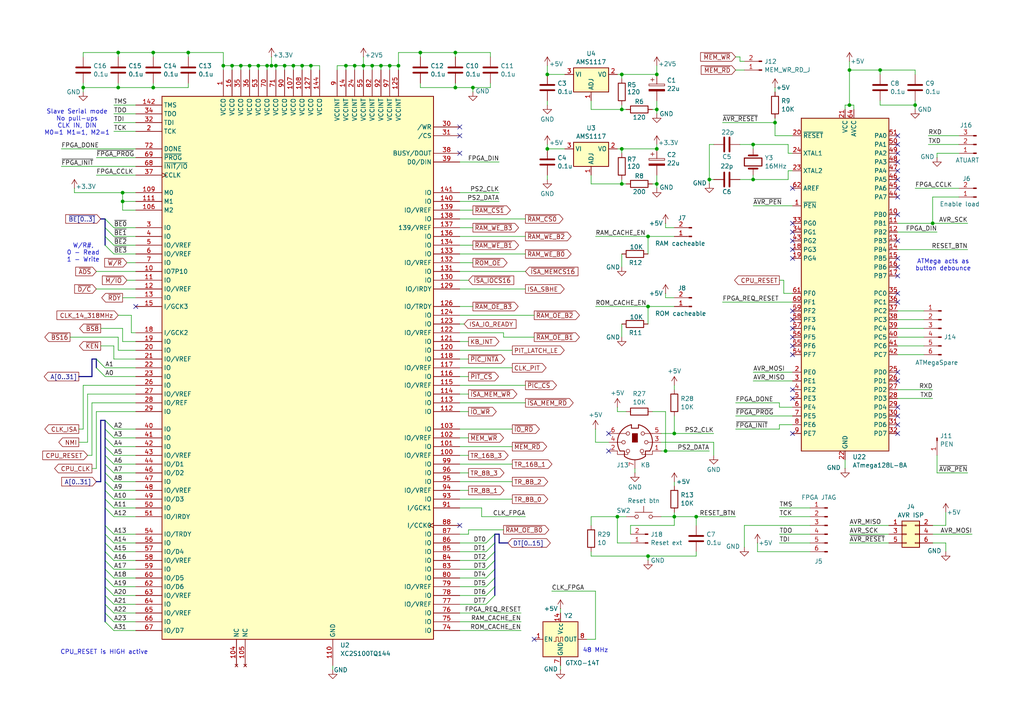
<source format=kicad_sch>
(kicad_sch (version 20250114) (generator "eeschema") (generator_version "9.0")
  (paper "A4")
  (title_block (title "486 Homebrew Computer") (date "2025-09-16") (rev "1") (company "maniek86.xyz"))
  (text "CPU_RESET is HIGH active" (at 30.226 189.23 0) (effects (font (size 1.27 1.27))))
  (text "Slave Serial mode\nNo pull-ups\nCLK IN, DIN\nM0=1 M1=1, M2=1" (at 22.352 35.56 0) (effects (font (size 1.27 1.27))))
  (text "ATMega acts as\nbutton debounce" (at 273.558 76.962 0) (effects (font (size 1.27 1.27))))
  (text "48 MHz" (at 172.72 188.722 0) (effects (font (size 1.27 1.27))))
  (text "W/R#,\n0 - Read\n1 - Write" (at 24.13 73.406 0) (effects (font (size 1.27 1.27))))
  (junction (at 132.08 15.24))
  (junction (at 218.44 41.91))
  (junction (at 35.56 55.88))
  (junction (at 67.31 19.05))
  (junction (at 44.45 15.24))
  (junction (at 224.79 35.56))
  (junction (at 54.61 15.24))
  (junction (at 64.77 19.05))
  (junction (at 193.04 130.81))
  (junction (at 190.5 43.18))
  (junction (at 187.96 161.29))
  (junction (at 195.58 125.73))
  (junction (at 87.63 19.05))
  (junction (at 158.75 43.18))
  (junction (at 24.13 25.4))
  (junction (at 78.74 19.05))
  (junction (at 113.03 19.05))
  (junction (at 270.51 64.77))
  (junction (at 102.87 19.05))
  (junction (at 100.33 19.05))
  (junction (at 105.41 19.05))
  (junction (at 44.45 25.4))
  (junction (at 201.93 149.86))
  (junction (at 180.34 43.18))
  (junction (at 107.95 19.05))
  (junction (at 34.29 15.24))
  (junction (at 80.01 19.05))
  (junction (at 69.85 19.05))
  (junction (at 187.96 88.9))
  (junction (at 90.17 19.05))
  (junction (at 132.08 25.4))
  (junction (at 34.29 25.4))
  (junction (at 121.92 15.24))
  (junction (at 190.5 53.34))
  (junction (at 35.56 58.42))
  (junction (at 190.5 31.75))
  (junction (at 246.38 30.48))
  (junction (at 180.34 53.34))
  (junction (at 195.58 149.86))
  (junction (at 190.5 21.59))
  (junction (at 218.44 52.07))
  (junction (at 158.75 21.59))
  (junction (at 115.57 19.05))
  (junction (at 74.93 19.05))
  (junction (at 85.09 19.05))
  (junction (at 265.43 30.48))
  (junction (at 246.38 20.32))
  (junction (at 179.07 149.86))
  (junction (at 255.27 20.32))
  (junction (at 110.49 19.05))
  (junction (at 205.74 52.07))
  (junction (at 137.16 25.4))
  (junction (at 187.96 68.58))
  (junction (at 180.34 31.75))
  (junction (at 82.55 19.05))
  (junction (at 180.34 21.59))
  (junction (at 72.39 19.05))
  (junction (at 77.47 19.05))
  (no_connect (at 229.87 72.39))
  (no_connect (at 133.35 44.45))
  (no_connect (at 229.87 115.57))
  (no_connect (at 260.35 46.99))
  (no_connect (at 229.87 54.61))
  (no_connect (at 260.35 41.91))
  (no_connect (at 260.35 123.19))
  (no_connect (at 39.37 88.9))
  (no_connect (at 260.35 77.47))
  (no_connect (at 229.87 92.71))
  (no_connect (at 229.87 102.87))
  (no_connect (at 260.35 80.01))
  (no_connect (at 133.35 36.83))
  (no_connect (at 260.35 39.37))
  (no_connect (at 133.35 39.37))
  (no_connect (at 260.35 62.23))
  (no_connect (at 229.87 64.77))
  (no_connect (at 229.87 69.85))
  (no_connect (at 260.35 87.63))
  (no_connect (at 260.35 85.09))
  (no_connect (at 133.35 152.4))
  (no_connect (at 154.94 185.42))
  (no_connect (at 260.35 49.53))
  (no_connect (at 176.53 125.73))
  (no_connect (at 260.35 74.93))
  (no_connect (at 229.87 100.33))
  (no_connect (at 260.35 110.49))
  (no_connect (at 229.87 74.93))
  (no_connect (at 229.87 90.17))
  (no_connect (at 260.35 125.73))
  (no_connect (at 229.87 97.79))
  (no_connect (at 229.87 95.25))
  (no_connect (at 229.87 67.31))
  (no_connect (at 260.35 107.95))
  (no_connect (at 260.35 44.45))
  (no_connect (at 260.35 57.15))
  (no_connect (at 260.35 54.61))
  (no_connect (at 260.35 118.11))
  (no_connect (at 176.53 130.81))
  (no_connect (at 260.35 69.85))
  (no_connect (at 260.35 52.07))
  (no_connect (at 229.87 113.03))
  (no_connect (at 229.87 125.73))
  (no_connect (at 260.35 120.65))
  (bus_entry (at 30.48 109.22) (size -2.54 -2.54))
  (bus_entry (at 33.02 139.7) (size -2.54 -2.54))
  (bus_entry (at 33.02 180.34) (size -2.54 -2.54))
  (bus_entry (at 33.02 132.08) (size -2.54 -2.54))
  (bus_entry (at 30.48 106.68) (size -2.54 -2.54))
  (bus_entry (at 33.02 165.1) (size -2.54 -2.54))
  (bus_entry (at 33.02 154.94) (size -2.54 -2.54))
  (bus_entry (at 33.02 134.62) (size -2.54 -2.54))
  (bus_entry (at 140.97 175.26) (size 2.54 -2.54))
  (bus_entry (at 33.02 137.16) (size -2.54 -2.54))
  (bus_entry (at 33.02 129.54) (size -2.54 -2.54))
  (bus_entry (at 33.02 68.58) (size -2.54 -2.54))
  (bus_entry (at 33.02 144.78) (size -2.54 -2.54))
  (bus_entry (at 33.02 170.18) (size -2.54 -2.54))
  (bus_entry (at 33.02 172.72) (size -2.54 -2.54))
  (bus_entry (at 33.02 162.56) (size -2.54 -2.54))
  (bus_entry (at 33.02 147.32) (size -2.54 -2.54))
  (bus_entry (at 33.02 73.66) (size -2.54 -2.54))
  (bus_entry (at 33.02 124.46) (size -2.54 -2.54))
  (bus_entry (at 33.02 142.24) (size -2.54 -2.54))
  (bus_entry (at 33.02 167.64) (size -2.54 -2.54))
  (bus_entry (at 140.97 167.64) (size 2.54 -2.54))
  (bus_entry (at 33.02 157.48) (size -2.54 -2.54))
  (bus_entry (at 33.02 71.12) (size -2.54 -2.54))
  (bus_entry (at 33.02 175.26) (size -2.54 -2.54))
  (bus_entry (at 33.02 66.04) (size -2.54 -2.54))
  (bus_entry (at 140.97 165.1) (size 2.54 -2.54))
  (bus_entry (at 33.02 149.86) (size -2.54 -2.54))
  (bus_entry (at 33.02 160.02) (size -2.54 -2.54))
  (bus_entry (at 140.97 157.48) (size 2.54 -2.54))
  (bus_entry (at 33.02 127) (size -2.54 -2.54))
  (bus_entry (at 140.97 170.18) (size 2.54 -2.54))
  (bus_entry (at 140.97 160.02) (size 2.54 -2.54))
  (bus_entry (at 140.97 172.72) (size 2.54 -2.54))
  (bus_entry (at 140.97 162.56) (size 2.54 -2.54))
  (bus_entry (at 33.02 177.8) (size -2.54 -2.54))
  (bus_entry (at 33.02 182.88) (size -2.54 -2.54))
  (wire (pts (xy 260.35 64.77) (xy 270.51 64.77)))
  (wire (pts (xy 172.72 185.42) (xy 170.18 185.42)))
  (wire (pts (xy 33.02 180.34) (xy 39.37 180.34)))
  (wire (pts (xy 214.63 17.78) (xy 215.9 17.78)))
  (wire (pts (xy 34.29 25.4) (xy 24.13 25.4)))
  (wire (pts (xy 22.86 128.27) (xy 25.4 128.27)))
  (wire (pts (xy 158.75 50.8) (xy 158.75 52.07)))
  (wire (pts (xy 34.29 101.6) (xy 34.29 97.79)))
  (wire (pts (xy 214.63 41.91) (xy 218.44 41.91)))
  (wire (pts (xy 219.71 157.48) (xy 219.71 160.02)))
  (wire (pts (xy 246.38 20.32) (xy 246.38 30.48)))
  (wire (pts (xy 36.83 76.2) (xy 39.37 76.2)))
  (wire (pts (xy 205.74 53.34) (xy 205.74 52.07)))
  (wire (pts (xy 179.07 43.18) (xy 180.34 43.18)))
  (wire (pts (xy 260.35 113.03) (xy 270.51 113.03)))
  (wire (pts (xy 33.02 172.72) (xy 39.37 172.72)))
  (bus (pts (xy 143.51 162.56) (xy 143.51 160.02)))
  (wire (pts (xy 133.35 177.8) (xy 151.13 177.8)))
  (wire (pts (xy 24.13 25.4) (xy 24.13 24.13)))
  (wire (pts (xy 218.44 50.8) (xy 218.44 52.07)))
  (bus (pts (xy 143.51 157.48) (xy 143.51 154.94)))
  (bus (pts (xy 29.21 63.5) (xy 30.48 63.5)))
  (wire (pts (xy 227.33 81.28) (xy 226.06 81.28)))
  (wire (pts (xy 27.94 45.72) (xy 39.37 45.72)))
  (wire (pts (xy 226.06 147.32) (xy 234.95 147.32)))
  (wire (pts (xy 133.35 83.82) (xy 152.4 83.82)))
  (wire (pts (xy 133.35 160.02) (xy 140.97 160.02)))
  (wire (pts (xy 274.32 148.59) (xy 274.32 152.4)))
  (wire (pts (xy 72.39 19.05) (xy 72.39 20.32)))
  (wire (pts (xy 142.24 25.4) (xy 142.24 24.13)))
  (wire (pts (xy 133.35 58.42) (xy 144.78 58.42)))
  (bus (pts (xy 143.51 154.94) (xy 144.78 154.94)))
  (wire (pts (xy 34.29 15.24) (xy 24.13 15.24)))
  (wire (pts (xy 39.37 101.6) (xy 34.29 101.6)))
  (wire (pts (xy 100.33 19.05) (xy 102.87 19.05)))
  (wire (pts (xy 54.61 15.24) (xy 54.61 16.51)))
  (wire (pts (xy 33.02 147.32) (xy 39.37 147.32)))
  (wire (pts (xy 77.47 19.05) (xy 77.47 20.32)))
  (wire (pts (xy 172.72 171.45) (xy 172.72 185.42)))
  (wire (pts (xy 17.78 43.18) (xy 39.37 43.18)))
  (wire (pts (xy 214.63 17.78) (xy 214.63 16.51)))
  (wire (pts (xy 224.79 39.37) (xy 229.87 39.37)))
  (wire (pts (xy 162.56 193.04) (xy 162.56 194.31)))
  (wire (pts (xy 193.04 85.09) (xy 193.04 86.36)))
  (wire (pts (xy 265.43 20.32) (xy 265.43 21.59)))
  (wire (pts (xy 172.72 68.58) (xy 187.96 68.58)))
  (wire (pts (xy 190.5 19.05) (xy 190.5 21.59)))
  (wire (pts (xy 193.04 119.38) (xy 193.04 130.81)))
  (wire (pts (xy 33.02 162.56) (xy 39.37 162.56)))
  (wire (pts (xy 226.06 116.84) (xy 226.06 118.11)))
  (wire (pts (xy 54.61 25.4) (xy 44.45 25.4)))
  (wire (pts (xy 246.38 20.32) (xy 255.27 20.32)))
  (wire (pts (xy 190.5 50.8) (xy 190.5 53.34)))
  (wire (pts (xy 270.51 154.94) (xy 281.94 154.94)))
  (wire (pts (xy 110.49 19.05) (xy 113.03 19.05)))
  (wire (pts (xy 228.6 44.45) (xy 228.6 41.91)))
  (wire (pts (xy 260.35 67.31) (xy 271.78 67.31)))
  (wire (pts (xy 172.72 171.45) (xy 160.02 171.45)))
  (wire (pts (xy 218.44 41.91) (xy 218.44 43.18)))
  (wire (pts (xy 44.45 25.4) (xy 34.29 25.4)))
  (wire (pts (xy 191.77 130.81) (xy 193.04 130.81)))
  (wire (pts (xy 24.13 25.4) (xy 24.13 26.67)))
  (wire (pts (xy 133.35 137.16) (xy 135.89 137.16)))
  (wire (pts (xy 265.43 30.48) (xy 255.27 30.48)))
  (wire (pts (xy 27.94 135.89) (xy 27.94 119.38)))
  (wire (pts (xy 218.44 110.49) (xy 229.87 110.49)))
  (wire (pts (xy 180.34 43.18) (xy 190.5 43.18)))
  (wire (pts (xy 133.35 76.2) (xy 137.16 76.2)))
  (bus (pts (xy 144.78 157.48) (xy 147.32 157.48)))
  (bus (pts (xy 30.48 172.72) (xy 30.48 170.18)))
  (bus (pts (xy 143.51 165.1) (xy 143.51 162.56)))
  (bus (pts (xy 30.48 134.62) (xy 30.48 137.16)))
  (wire (pts (xy 39.37 60.96) (xy 35.56 60.96)))
  (wire (pts (xy 133.35 71.12) (xy 137.16 71.12)))
  (wire (pts (xy 133.35 104.14) (xy 135.89 104.14)))
  (wire (pts (xy 133.35 139.7) (xy 148.59 139.7)))
  (wire (pts (xy 69.85 19.05) (xy 72.39 19.05)))
  (wire (pts (xy 171.45 149.86) (xy 179.07 149.86)))
  (wire (pts (xy 133.35 119.38) (xy 135.89 119.38)))
  (bus (pts (xy 30.48 68.58) (xy 30.48 71.12)))
  (wire (pts (xy 158.75 21.59) (xy 163.83 21.59)))
  (wire (pts (xy 133.35 154.94) (xy 135.89 154.94)))
  (wire (pts (xy 64.77 19.05) (xy 64.77 15.24)))
  (bus (pts (xy 30.48 142.24) (xy 30.48 144.78)))
  (wire (pts (xy 26.67 135.89) (xy 27.94 135.89)))
  (wire (pts (xy 226.06 124.46) (xy 226.06 123.19)))
  (bus (pts (xy 30.48 162.56) (xy 30.48 160.02)))
  (wire (pts (xy 54.61 24.13) (xy 54.61 25.4)))
  (bus (pts (xy 30.48 66.04) (xy 30.48 68.58)))
  (wire (pts (xy 133.35 180.34) (xy 151.13 180.34)))
  (wire (pts (xy 162.56 176.53) (xy 162.56 177.8)))
  (bus (pts (xy 30.48 167.64) (xy 30.48 170.18)))
  (wire (pts (xy 228.6 44.45) (xy 229.87 44.45)))
  (wire (pts (xy 54.61 15.24) (xy 44.45 15.24)))
  (wire (pts (xy 270.51 64.77) (xy 280.67 64.77)))
  (wire (pts (xy 187.96 88.9) (xy 195.58 88.9)))
  (wire (pts (xy 33.02 33.02) (xy 39.37 33.02)))
  (wire (pts (xy 180.34 53.34) (xy 171.45 53.34)))
  (wire (pts (xy 246.38 17.78) (xy 246.38 20.32)))
  (wire (pts (xy 33.02 100.33) (xy 33.02 104.14)))
  (wire (pts (xy 205.74 52.07) (xy 207.01 52.07)))
  (wire (pts (xy 133.35 46.99) (xy 144.78 46.99)))
  (wire (pts (xy 132.08 15.24) (xy 132.08 16.51)))
  (wire (pts (xy 171.45 160.02) (xy 171.45 161.29)))
  (wire (pts (xy 20.32 97.79) (xy 34.29 97.79)))
  (wire (pts (xy 146.05 97.79) (xy 154.94 97.79)))
  (bus (pts (xy 30.48 177.8) (xy 30.48 180.34)))
  (wire (pts (xy 44.45 24.13) (xy 44.45 25.4)))
  (wire (pts (xy 33.02 137.16) (xy 39.37 137.16)))
  (wire (pts (xy 26.67 116.84) (xy 39.37 116.84)))
  (wire (pts (xy 33.02 170.18) (xy 39.37 170.18)))
  (bus (pts (xy 30.48 147.32) (xy 30.48 144.78)))
  (wire (pts (xy 33.02 124.46) (xy 39.37 124.46)))
  (wire (pts (xy 33.02 175.26) (xy 39.37 175.26)))
  (wire (pts (xy 25.4 114.3) (xy 39.37 114.3)))
  (wire (pts (xy 180.34 93.98) (xy 180.34 97.79)))
  (wire (pts (xy 44.45 15.24) (xy 44.45 16.51)))
  (wire (pts (xy 246.38 152.4) (xy 257.81 152.4)))
  (wire (pts (xy 33.02 142.24) (xy 39.37 142.24)))
  (wire (pts (xy 182.88 157.48) (xy 179.07 157.48)))
  (wire (pts (xy 139.7 147.32) (xy 133.35 147.32)))
  (wire (pts (xy 24.13 15.24) (xy 24.13 16.51)))
  (wire (pts (xy 78.74 19.05) (xy 78.74 16.51)))
  (wire (pts (xy 133.35 111.76) (xy 152.4 111.76)))
  (wire (pts (xy 96.52 193.04) (xy 96.52 194.31)))
  (wire (pts (xy 100.33 19.05) (xy 97.79 19.05)))
  (wire (pts (xy 187.96 161.29) (xy 171.45 161.29)))
  (wire (pts (xy 34.29 24.13) (xy 34.29 25.4)))
  (wire (pts (xy 180.34 31.75) (xy 180.34 30.48)))
  (wire (pts (xy 77.47 19.05) (xy 78.74 19.05)))
  (wire (pts (xy 193.04 130.81) (xy 205.74 130.81)))
  (wire (pts (xy 180.34 21.59) (xy 180.34 22.86)))
  (wire (pts (xy 218.44 41.91) (xy 228.6 41.91)))
  (wire (pts (xy 85.09 19.05) (xy 85.09 20.32)))
  (wire (pts (xy 146.05 153.67) (xy 135.89 153.67)))
  (bus (pts (xy 30.48 157.48) (xy 30.48 160.02)))
  (wire (pts (xy 22.86 124.46) (xy 24.13 124.46)))
  (wire (pts (xy 105.41 16.51) (xy 105.41 19.05)))
  (wire (pts (xy 172.72 128.27) (xy 176.53 128.27)))
  (bus (pts (xy 30.48 132.08) (xy 30.48 134.62)))
  (bus (pts (xy 30.48 124.46) (xy 30.48 121.92)))
  (wire (pts (xy 142.24 15.24) (xy 142.24 16.51)))
  (wire (pts (xy 35.56 60.96) (xy 35.56 58.42)))
  (wire (pts (xy 195.58 125.73) (xy 207.01 125.73)))
  (wire (pts (xy 133.35 175.26) (xy 140.97 175.26)))
  (wire (pts (xy 213.36 20.32) (xy 215.9 20.32)))
  (wire (pts (xy 213.36 120.65) (xy 229.87 120.65)))
  (wire (pts (xy 35.56 55.88) (xy 39.37 55.88)))
  (wire (pts (xy 102.87 19.05) (xy 105.41 19.05)))
  (bus (pts (xy 30.48 165.1) (xy 30.48 162.56)))
  (wire (pts (xy 132.08 25.4) (xy 137.16 25.4)))
  (wire (pts (xy 115.57 19.05) (xy 115.57 20.32)))
  (wire (pts (xy 269.24 41.91) (xy 278.13 41.91)))
  (wire (pts (xy 90.17 19.05) (xy 90.17 20.32)))
  (wire (pts (xy 33.02 139.7) (xy 39.37 139.7)))
  (wire (pts (xy 121.92 15.24) (xy 132.08 15.24)))
  (wire (pts (xy 97.79 19.05) (xy 97.79 20.32)))
  (wire (pts (xy 213.36 16.51) (xy 214.63 16.51)))
  (wire (pts (xy 92.71 19.05) (xy 92.71 20.32)))
  (wire (pts (xy 226.06 149.86) (xy 234.95 149.86)))
  (wire (pts (xy 191.77 125.73) (xy 195.58 125.73)))
  (wire (pts (xy 133.35 88.9) (xy 137.16 88.9)))
  (wire (pts (xy 133.35 55.88) (xy 144.78 55.88)))
  (wire (pts (xy 201.93 160.02) (xy 201.93 161.29)))
  (wire (pts (xy 187.96 162.56) (xy 187.96 161.29)))
  (wire (pts (xy 246.38 30.48) (xy 245.11 30.48)))
  (wire (pts (xy 33.02 154.94) (xy 39.37 154.94)))
  (wire (pts (xy 85.09 19.05) (xy 87.63 19.05)))
  (wire (pts (xy 27.94 119.38) (xy 39.37 119.38)))
  (wire (pts (xy 121.92 25.4) (xy 132.08 25.4)))
  (wire (pts (xy 158.75 19.05) (xy 158.75 21.59)))
  (wire (pts (xy 227.33 85.09) (xy 227.33 81.28)))
  (bus (pts (xy 30.48 172.72) (xy 30.48 175.26)))
  (bus (pts (xy 26.67 104.14) (xy 27.94 104.14)))
  (wire (pts (xy 26.67 132.08) (xy 26.67 116.84)))
  (wire (pts (xy 33.02 35.56) (xy 39.37 35.56)))
  (wire (pts (xy 33.02 167.64) (xy 39.37 167.64)))
  (wire (pts (xy 218.44 107.95) (xy 229.87 107.95)))
  (wire (pts (xy 265.43 54.61) (xy 278.13 54.61)))
  (wire (pts (xy 133.35 66.04) (xy 137.16 66.04)))
  (wire (pts (xy 133.35 157.48) (xy 140.97 157.48)))
  (wire (pts (xy 255.27 30.48) (xy 255.27 29.21)))
  (wire (pts (xy 133.35 124.46) (xy 148.59 124.46)))
  (wire (pts (xy 215.9 152.4) (xy 215.9 158.75)))
  (wire (pts (xy 133.35 78.74) (xy 152.4 78.74)))
  (wire (pts (xy 33.02 30.48) (xy 39.37 30.48)))
  (wire (pts (xy 67.31 19.05) (xy 69.85 19.05)))
  (wire (pts (xy 195.58 86.36) (xy 193.04 86.36)))
  (wire (pts (xy 80.01 19.05) (xy 80.01 20.32)))
  (wire (pts (xy 33.02 157.48) (xy 39.37 157.48)))
  (wire (pts (xy 35.56 58.42) (xy 35.56 55.88)))
  (wire (pts (xy 179.07 149.86) (xy 181.61 149.86)))
  (wire (pts (xy 33.02 68.58) (xy 39.37 68.58)))
  (wire (pts (xy 33.02 129.54) (xy 39.37 129.54)))
  (wire (pts (xy 187.96 68.58) (xy 187.96 73.66)))
  (wire (pts (xy 133.35 162.56) (xy 140.97 162.56)))
  (wire (pts (xy 278.13 57.15) (xy 270.51 57.15)))
  (wire (pts (xy 255.27 20.32) (xy 255.27 21.59)))
  (wire (pts (xy 113.03 19.05) (xy 115.57 19.05)))
  (wire (pts (xy 33.02 38.1) (xy 39.37 38.1)))
  (wire (pts (xy 267.97 97.79) (xy 260.35 97.79)))
  (wire (pts (xy 33.02 132.08) (xy 39.37 132.08)))
  (wire (pts (xy 158.75 29.21) (xy 158.75 30.48)))
  (wire (pts (xy 33.02 177.8) (xy 39.37 177.8)))
  (wire (pts (xy 133.35 144.78) (xy 148.59 144.78)))
  (wire (pts (xy 179.07 21.59) (xy 180.34 21.59)))
  (wire (pts (xy 87.63 19.05) (xy 90.17 19.05)))
  (wire (pts (xy 265.43 30.48) (xy 265.43 31.75)))
  (wire (pts (xy 115.57 15.24) (xy 115.57 19.05)))
  (wire (pts (xy 218.44 52.07) (xy 228.6 52.07)))
  (bus (pts (xy 30.48 147.32) (xy 30.48 152.4)))
  (bus (pts (xy 30.48 165.1) (xy 30.48 167.64)))
  (wire (pts (xy 102.87 19.05) (xy 102.87 20.32)))
  (wire (pts (xy 64.77 19.05) (xy 67.31 19.05)))
  (wire (pts (xy 180.34 31.75) (xy 171.45 31.75)))
  (wire (pts (xy 132.08 24.13) (xy 132.08 25.4)))
  (wire (pts (xy 181.61 31.75) (xy 180.34 31.75)))
  (wire (pts (xy 190.5 29.21) (xy 190.5 31.75)))
  (wire (pts (xy 27.94 50.8) (xy 39.37 50.8)))
  (wire (pts (xy 184.15 135.89) (xy 184.15 137.16)))
  (wire (pts (xy 195.58 139.7) (xy 195.58 140.97)))
  (wire (pts (xy 179.07 149.86) (xy 179.07 157.48)))
  (wire (pts (xy 38.1 96.52) (xy 39.37 96.52)))
  (wire (pts (xy 195.58 149.86) (xy 195.58 152.4)))
  (wire (pts (xy 67.31 19.05) (xy 67.31 20.32)))
  (wire (pts (xy 226.06 154.94) (xy 234.95 154.94)))
  (wire (pts (xy 270.51 157.48) (xy 274.32 157.48)))
  (wire (pts (xy 74.93 19.05) (xy 74.93 20.32)))
  (wire (pts (xy 172.72 124.46) (xy 172.72 128.27)))
  (wire (pts (xy 187.96 88.9) (xy 187.96 93.98)))
  (bus (pts (xy 30.48 129.54) (xy 30.48 127)))
  (wire (pts (xy 133.35 134.62) (xy 148.59 134.62)))
  (wire (pts (xy 33.02 134.62) (xy 39.37 134.62)))
  (wire (pts (xy 201.93 149.86) (xy 195.58 149.86)))
  (wire (pts (xy 133.35 165.1) (xy 140.97 165.1)))
  (wire (pts (xy 133.35 93.98) (xy 134.62 93.98)))
  (wire (pts (xy 146.05 96.52) (xy 146.05 97.79)))
  (wire (pts (xy 64.77 15.24) (xy 54.61 15.24)))
  (wire (pts (xy 33.02 144.78) (xy 39.37 144.78)))
  (wire (pts (xy 179.07 118.11) (xy 179.07 119.38)))
  (wire (pts (xy 187.96 68.58) (xy 195.58 68.58)))
  (wire (pts (xy 69.85 19.05) (xy 69.85 20.32)))
  (wire (pts (xy 158.75 41.91) (xy 158.75 43.18)))
  (wire (pts (xy 87.63 19.05) (xy 87.63 20.32)))
  (bus (pts (xy 26.67 109.22) (xy 22.86 109.22)))
  (wire (pts (xy 105.41 19.05) (xy 107.95 19.05)))
  (wire (pts (xy 30.48 106.68) (xy 39.37 106.68)))
  (wire (pts (xy 74.93 19.05) (xy 72.39 19.05)))
  (wire (pts (xy 267.97 100.33) (xy 260.35 100.33)))
  (wire (pts (xy 21.59 55.88) (xy 35.56 55.88)))
  (wire (pts (xy 180.34 43.18) (xy 180.34 44.45)))
  (wire (pts (xy 278.13 44.45) (xy 271.78 44.45)))
  (wire (pts (xy 269.24 39.37) (xy 278.13 39.37)))
  (wire (pts (xy 100.33 19.05) (xy 100.33 20.32)))
  (bus (pts (xy 30.48 152.4) (xy 30.48 154.94)))
  (wire (pts (xy 189.23 119.38) (xy 193.04 119.38)))
  (bus (pts (xy 144.78 154.94) (xy 144.78 157.48)))
  (wire (pts (xy 271.78 44.45) (xy 271.78 45.72)))
  (wire (pts (xy 195.58 66.04) (xy 193.04 66.04)))
  (wire (pts (xy 35.56 58.42) (xy 39.37 58.42)))
  (wire (pts (xy 265.43 29.21) (xy 265.43 30.48)))
  (wire (pts (xy 121.92 15.24) (xy 121.92 16.51)))
  (wire (pts (xy 213.36 124.46) (xy 226.06 124.46)))
  (wire (pts (xy 133.35 114.3) (xy 135.89 114.3)))
  (bus (pts (xy 29.21 139.7) (xy 29.21 121.92)))
  (wire (pts (xy 139.7 149.86) (xy 139.7 147.32)))
  (wire (pts (xy 133.35 129.54) (xy 148.59 129.54)))
  (wire (pts (xy 33.02 73.66) (xy 39.37 73.66)))
  (wire (pts (xy 139.7 149.86) (xy 152.4 149.86)))
  (wire (pts (xy 214.63 52.07) (xy 218.44 52.07)))
  (wire (pts (xy 228.6 52.07) (xy 228.6 49.53)))
  (wire (pts (xy 34.29 91.44) (xy 38.1 91.44)))
  (wire (pts (xy 133.35 60.96) (xy 137.16 60.96)))
  (wire (pts (xy 182.88 152.4) (xy 195.58 152.4)))
  (wire (pts (xy 35.56 86.36) (xy 39.37 86.36)))
  (wire (pts (xy 181.61 53.34) (xy 180.34 53.34)))
  (wire (pts (xy 34.29 15.24) (xy 34.29 16.51)))
  (wire (pts (xy 64.77 20.32) (xy 64.77 19.05)))
  (wire (pts (xy 190.5 53.34) (xy 190.5 54.61)))
  (bus (pts (xy 143.51 167.64) (xy 143.51 165.1)))
  (wire (pts (xy 189.23 31.75) (xy 190.5 31.75)))
  (wire (pts (xy 270.51 152.4) (xy 274.32 152.4)))
  (bus (pts (xy 30.48 132.08) (xy 30.48 129.54)))
  (wire (pts (xy 246.38 30.48) (xy 247.65 30.48)))
  (wire (pts (xy 245.11 30.48) (xy 245.11 31.75)))
  (wire (pts (xy 213.36 116.84) (xy 226.06 116.84)))
  (wire (pts (xy 133.35 182.88) (xy 151.13 182.88)))
  (wire (pts (xy 171.45 53.34) (xy 171.45 50.8)))
  (wire (pts (xy 171.45 29.21) (xy 171.45 31.75)))
  (wire (pts (xy 80.01 19.05) (xy 82.55 19.05)))
  (wire (pts (xy 82.55 19.05) (xy 82.55 20.32)))
  (wire (pts (xy 224.79 34.29) (xy 224.79 35.56)))
  (wire (pts (xy 267.97 95.25) (xy 260.35 95.25)))
  (wire (pts (xy 24.13 124.46) (xy 24.13 111.76)))
  (wire (pts (xy 187.96 161.29) (xy 201.93 161.29)))
  (wire (pts (xy 38.1 91.44) (xy 38.1 96.52)))
  (wire (pts (xy 195.58 120.65) (xy 195.58 125.73)))
  (wire (pts (xy 24.13 111.76) (xy 39.37 111.76)))
  (wire (pts (xy 132.08 15.24) (xy 142.24 15.24)))
  (wire (pts (xy 205.74 52.07) (xy 205.74 41.91)))
  (wire (pts (xy 280.67 137.16) (xy 271.78 137.16)))
  (wire (pts (xy 133.35 167.64) (xy 140.97 167.64)))
  (wire (pts (xy 205.74 41.91) (xy 207.01 41.91)))
  (wire (pts (xy 133.35 99.06) (xy 135.89 99.06)))
  (wire (pts (xy 260.35 72.39) (xy 280.67 72.39)))
  (wire (pts (xy 191.77 128.27) (xy 207.01 128.27)))
  (wire (pts (xy 226.06 157.48) (xy 234.95 157.48)))
  (wire (pts (xy 245.11 133.35) (xy 245.11 135.89)))
  (wire (pts (xy 36.83 81.28) (xy 39.37 81.28)))
  (wire (pts (xy 218.44 59.69) (xy 229.87 59.69)))
  (wire (pts (xy 201.93 149.86) (xy 213.36 149.86)))
  (wire (pts (xy 135.89 153.67) (xy 135.89 154.94)))
  (wire (pts (xy 133.35 132.08) (xy 135.89 132.08)))
  (wire (pts (xy 33.02 160.02) (xy 39.37 160.02)))
  (bus (pts (xy 30.48 142.24) (xy 30.48 139.7)))
  (wire (pts (xy 142.24 25.4) (xy 137.16 25.4)))
  (wire (pts (xy 137.16 25.4) (xy 137.16 26.67)))
  (wire (pts (xy 33.02 149.86) (xy 39.37 149.86)))
  (bus (pts (xy 30.48 137.16) (xy 30.48 139.7)))
  (wire (pts (xy 33.02 127) (xy 39.37 127)))
  (wire (pts (xy 133.35 91.44) (xy 154.94 91.44)))
  (wire (pts (xy 133.35 106.68) (xy 148.59 106.68)))
  (wire (pts (xy 193.04 64.77) (xy 193.04 66.04)))
  (wire (pts (xy 267.97 102.87) (xy 260.35 102.87)))
  (wire (pts (xy 226.06 123.19) (xy 229.87 123.19)))
  (wire (pts (xy 209.55 87.63) (xy 229.87 87.63)))
  (wire (pts (xy 113.03 19.05) (xy 113.03 20.32)))
  (wire (pts (xy 229.87 49.53) (xy 228.6 49.53)))
  (wire (pts (xy 33.02 66.04) (xy 39.37 66.04)))
  (bus (pts (xy 27.94 139.7) (xy 29.21 139.7)))
  (wire (pts (xy 190.5 43.18) (xy 190.5 41.91)))
  (wire (pts (xy 271.78 132.08) (xy 271.78 137.16)))
  (wire (pts (xy 195.58 148.59) (xy 195.58 149.86)))
  (wire (pts (xy 195.58 111.76) (xy 195.58 113.03)))
  (wire (pts (xy 17.78 48.26) (xy 39.37 48.26)))
  (wire (pts (xy 246.38 154.94) (xy 257.81 154.94)))
  (wire (pts (xy 191.77 149.86) (xy 195.58 149.86)))
  (wire (pts (xy 105.41 19.05) (xy 105.41 20.32)))
  (wire (pts (xy 270.51 57.15) (xy 270.51 64.77)))
  (wire (pts (xy 90.17 19.05) (xy 92.71 19.05)))
  (wire (pts (xy 171.45 149.86) (xy 171.45 152.4)))
  (wire (pts (xy 29.21 95.25) (xy 35.56 95.25)))
  (wire (pts (xy 207.01 128.27) (xy 207.01 132.08)))
  (wire (pts (xy 44.45 15.24) (xy 34.29 15.24)))
  (wire (pts (xy 133.35 73.66) (xy 152.4 73.66)))
  (wire (pts (xy 158.75 43.18) (xy 163.83 43.18)))
  (bus (pts (xy 143.51 170.18) (xy 143.51 167.64)))
  (wire (pts (xy 33.02 104.14) (xy 39.37 104.14)))
  (wire (pts (xy 25.4 128.27) (xy 25.4 114.3)))
  (wire (pts (xy 260.35 115.57) (xy 270.51 115.57)))
  (bus (pts (xy 30.48 63.5) (xy 30.48 66.04)))
  (wire (pts (xy 35.56 95.25) (xy 35.56 99.06)))
  (wire (pts (xy 27.94 78.74) (xy 39.37 78.74)))
  (wire (pts (xy 181.61 119.38) (xy 179.07 119.38)))
  (wire (pts (xy 33.02 165.1) (xy 39.37 165.1)))
  (wire (pts (xy 133.35 81.28) (xy 135.89 81.28)))
  (bus (pts (xy 143.51 160.02) (xy 143.51 157.48)))
  (wire (pts (xy 189.23 53.34) (xy 190.5 53.34)))
  (bus (pts (xy 143.51 172.72) (xy 143.51 170.18)))
  (wire (pts (xy 33.02 182.88) (xy 39.37 182.88)))
  (bus (pts (xy 26.67 109.22) (xy 26.67 104.14)))
  (wire (pts (xy 224.79 25.4) (xy 224.79 26.67)))
  (wire (pts (xy 29.21 100.33) (xy 33.02 100.33)))
  (wire (pts (xy 30.48 109.22) (xy 39.37 109.22)))
  (wire (pts (xy 172.72 88.9) (xy 187.96 88.9)))
  (wire (pts (xy 201.93 149.86) (xy 201.93 152.4)))
  (wire (pts (xy 133.35 172.72) (xy 140.97 172.72)))
  (bus (pts (xy 27.94 104.14) (xy 27.94 106.68)))
  (wire (pts (xy 133.35 96.52) (xy 146.05 96.52)))
  (wire (pts (xy 78.74 19.05) (xy 80.01 19.05)))
  (wire (pts (xy 82.55 19.05) (xy 85.09 19.05)))
  (bus (pts (xy 29.21 121.92) (xy 30.48 121.92)))
  (wire (pts (xy 33.02 71.12) (xy 39.37 71.12)))
  (wire (pts (xy 180.34 73.66) (xy 180.34 77.47)))
  (bus (pts (xy 30.48 124.46) (xy 30.48 127)))
  (wire (pts (xy 190.5 31.75) (xy 190.5 33.02)))
  (wire (pts (xy 133.35 63.5) (xy 152.4 63.5)))
  (wire (pts (xy 133.35 101.6) (xy 148.59 101.6)))
  (wire (pts (xy 110.49 19.05) (xy 110.49 20.32)))
  (wire (pts (xy 224.79 35.56) (xy 224.79 39.37)))
  (wire (pts (xy 182.88 154.94) (xy 182.88 152.4)))
  (bus (pts (xy 30.48 175.26) (xy 30.48 177.8)))
  (wire (pts (xy 215.9 152.4) (xy 234.95 152.4)))
  (wire (pts (xy 247.65 30.48) (xy 247.65 31.75)))
  (wire (pts (xy 180.34 21.59) (xy 190.5 21.59)))
  (wire (pts (xy 35.56 99.06) (xy 39.37 99.06)))
  (wire (pts (xy 77.47 19.05) (xy 74.93 19.05)))
  (wire (pts (xy 27.94 83.82) (xy 39.37 83.82)))
  (wire (pts (xy 229.87 85.09) (xy 227.33 85.09)))
  (wire (pts (xy 209.55 35.56) (xy 224.79 35.56)))
  (wire (pts (xy 274.32 157.48) (xy 274.32 160.02)))
  (wire (pts (xy 133.35 142.24) (xy 135.89 142.24)))
  (wire (pts (xy 133.35 170.18) (xy 140.97 170.18)))
  (wire (pts (xy 267.97 90.17) (xy 260.35 90.17)))
  (wire (pts (xy 219.71 160.02) (xy 234.95 160.02)))
  (wire (pts (xy 226.06 118.11) (xy 229.87 118.11)))
  (wire (pts (xy 21.59 54.61) (xy 21.59 55.88)))
  (wire (pts (xy 133.35 109.22) (xy 135.89 109.22)))
  (wire (pts (xy 121.92 24.13) (xy 121.92 25.4)))
  (wire (pts (xy 107.95 19.05) (xy 110.49 19.05)))
  (bus (pts (xy 30.48 154.94) (xy 30.48 157.48)))
  (wire (pts (xy 246.38 157.48) (xy 257.81 157.48)))
  (wire (pts (xy 115.57 15.24) (xy 121.92 15.24)))
  (wire (pts (xy 255.27 20.32) (xy 265.43 20.32)))
  (wire (pts (xy 180.34 53.34) (xy 180.34 52.07)))
  (wire (pts (xy 25.4 132.08) (xy 26.67 132.08)))
  (wire (pts (xy 267.97 92.71) (xy 260.35 92.71)))
  (wire (pts (xy 133.35 68.58) (xy 152.4 68.58)))
  (wire (pts (xy 133.35 116.84) (xy 152.4 116.84)))
  (wire (pts (xy 107.95 19.05) (xy 107.95 20.32)))
  (wire (pts (xy 133.35 127) (xy 135.89 127)))
  (label "FPGA_REQ_RESET" (at 209.55 87.63 0))
  (label "FPGA_DONE" (at 17.78 43.18 0))
  (label "TDO" (at 33.02 33.02 0))
  (label "RAM_CACHE_EN" (at 151.13 180.34 180))
  (label "~{FPGA_INIT}" (at 17.78 48.26 0))
  (label "A17" (at 33.02 165.1 0))
  (label "DT3" (at 140.97 165.1 180))
  (label "FPGA_CCLK" (at 27.94 50.8 0))
  (label "FPGA_DIN" (at 271.78 67.31 180))
  (label "AVR_SCK" (at 246.38 154.94 0))
  (label "RESET_BTN" (at 280.67 72.39 180))
  (label "TXD" (at 270.51 115.57 180))
  (label "A9" (at 33.02 142.24 0))
  (label "PS2_CLK" (at 144.78 55.88 180))
  (label "FPGA_REQ_RESET" (at 151.13 177.8 180))
  (label "~{BE1}" (at 33.02 68.58 0))
  (label "TDI" (at 33.02 35.56 0))
  (label "PS2_DATA" (at 205.74 130.81 180))
  (label "~{BE0}" (at 33.02 66.04 0))
  (label "A20" (at 33.02 172.72 0))
  (label "A0" (at 30.48 109.22 0))
  (label "TMS" (at 226.06 147.32 0))
  (label "TCK" (at 226.06 149.86 0))
  (label "FPGA_DONE" (at 213.36 116.84 0))
  (label "A22" (at 33.02 177.8 0))
  (label "AVR_MISO" (at 218.44 110.49 0))
  (label "A11" (at 33.02 147.32 0))
  (label "DT0" (at 140.97 157.48 180))
  (label "A8" (at 33.02 139.7 0))
  (label "TDI" (at 226.06 157.48 0))
  (label "A10" (at 33.02 144.78 0))
  (label "A13" (at 33.02 154.94 0))
  (label "TDO" (at 226.06 154.94 0))
  (label "A18" (at 33.02 167.64 0))
  (label "A6" (at 33.02 134.62 0))
  (label "DT1" (at 140.97 160.02 180))
  (label "TMS" (at 33.02 30.48 0))
  (label "A31" (at 33.02 182.88 0))
  (label "AVR_SCK" (at 280.67 64.77 180))
  (label "A4" (at 33.02 129.54 0))
  (label "A14" (at 33.02 157.48 0))
  (label "~{AVR_RESET}" (at 209.55 35.56 0))
  (label "DT4" (at 140.97 167.64 180))
  (label "A1" (at 30.48 106.68 0))
  (label "~{FPGA_PROG}" (at 213.36 120.65 0))
  (label "A19" (at 33.02 170.18 0))
  (label "~{FPGA_PROG}" (at 27.94 45.72 0))
  (label "A12" (at 33.02 149.86 0))
  (label "DT6" (at 140.97 172.72 180))
  (label "RAM_CACHE_EN" (at 172.72 68.58 0))
  (label "AVR_MISO" (at 246.38 152.4 0))
  (label "ROM_CACHE_EN" (at 151.13 182.88 180))
  (label "PS2_DATA" (at 144.78 58.42 180))
  (label "ROM_CACHE_EN" (at 172.72 88.9 0))
  (label "A5" (at 33.02 132.08 0))
  (label "A21" (at 33.02 175.26 0))
  (label "RXD" (at 270.51 113.03 180))
  (label "DT7" (at 140.97 175.26 180))
  (label "~{BE2}" (at 33.02 71.12 0))
  (label "AVR_MOSI" (at 218.44 107.95 0))
  (label "DT5" (at 140.97 170.18 180))
  (label "TCK" (at 33.02 38.1 0))
  (label "~{AVR_RESET}" (at 246.38 157.48 0))
  (label "A3" (at 33.02 127 0))
  (label "FPGA_DIN" (at 144.78 46.99 180))
  (label "PS2_CLK" (at 207.01 125.73 180))
  (label "A15" (at 33.02 160.02 0))
  (label "A2" (at 33.02 124.46 0))
  (label "A23" (at 33.02 180.34 0))
  (label "~{BE3}" (at 33.02 73.66 0))
  (label "RESET_BTN" (at 213.36 149.86 180))
  (label "~{FPGA_INIT}" (at 213.36 124.46 0))
  (label "DT2" (at 140.97 162.56 180))
  (label "FPGA_CCLK" (at 265.43 54.61 0))
  (label "CLK_FPGA" (at 152.4 149.86 180))
  (label "RXD" (at 269.24 39.37 0))
  (label "A7" (at 33.02 137.16 0))
  (label "CLK_FPGA" (at 160.02 171.45 0))
  (label "~{AVR_PEN}" (at 218.44 59.69 0))
  (label "AVR_MOSI" (at 281.94 154.94 180))
  (label "~{AVR_PEN}" (at 280.67 137.16 180))
  (label "TXD" (at 269.24 41.91 0))
  (label "A16" (at 33.02 162.56 0))
  (global_label "TR_8B_2" (shape output) (at 148.59 139.7 0) (property "Intersheetrefs" "${INTERSHEET_REFS}" (effects (hide yes))))
  (global_label "~{BS16}" (shape output) (at 20.32 97.79 180) (property "Intersheetrefs" "${INTERSHEET_REFS}" (effects (hide yes))))
  (global_label "~{ISA_IOCS16}" (shape input) (at 135.89 81.28 0) (property "Intersheetrefs" "${INTERSHEET_REFS}" (effects (hide yes))))
  (global_label "~{RAM_OE_B0}" (shape output) (at 146.05 153.67 0) (property "Intersheetrefs" "${INTERSHEET_REFS}" (effects (hide yes))))
  (global_label "KB_INT" (shape output) (at 135.89 99.06 0) (property "Intersheetrefs" "${INTERSHEET_REFS}" (effects (hide yes))))
  (global_label "~{BE[0..3]}" (shape input) (at 29.21 63.5 180) (property "Intersheetrefs" "${INTERSHEET_REFS}" (effects (hide yes))))
  (global_label "~{RAM_WE_B3}" (shape output) (at 137.16 66.04 0) (property "Intersheetrefs" "${INTERSHEET_REFS}" (effects (hide yes))))
  (global_label "~{W{slash}R}" (shape input) (at 36.83 76.2 180) (property "Intersheetrefs" "${INTERSHEET_REFS}" (effects (hide yes))))
  (global_label "~{ROM_OE}" (shape output) (at 137.16 76.2 0) (property "Intersheetrefs" "${INTERSHEET_REFS}" (effects (hide yes))))
  (global_label "PIT_LATCH_LE" (shape output) (at 148.59 101.6 0) (property "Intersheetrefs" "${INTERSHEET_REFS}" (effects (hide yes))))
  (global_label "~{IO_WR}" (shape output) (at 135.89 119.38 0) (property "Intersheetrefs" "${INTERSHEET_REFS}" (effects (hide yes))))
  (global_label "~{PIT_CS}" (shape output) (at 135.89 109.22 0) (property "Intersheetrefs" "${INTERSHEET_REFS}" (effects (hide yes))))
  (global_label "~{ADS}" (shape input) (at 27.94 78.74 180) (property "Intersheetrefs" "${INTERSHEET_REFS}" (effects (hide yes))))
  (global_label "~{PIC_INTA}" (shape output) (at 135.89 104.14 0) (property "Intersheetrefs" "${INTERSHEET_REFS}" (effects (hide yes))))
  (global_label "ISA_SBHE" (shape output) (at 152.4 83.82 0) (property "Intersheetrefs" "${INTERSHEET_REFS}" (effects (hide yes))))
  (global_label "CLK_14_318MHz" (shape input) (at 34.29 91.44 180) (property "Intersheetrefs" "${INTERSHEET_REFS}" (effects (hide yes))))
  (global_label "DT[0..15]" (shape bidirectional) (at 147.32 157.48 0) (property "Intersheetrefs" "${INTERSHEET_REFS}" (effects (hide yes))))
  (global_label "A[0..31]" (shape input) (at 27.94 139.7 180) (property "Intersheetrefs" "${INTERSHEET_REFS}" (effects (hide yes))))
  (global_label "TR_16B_1" (shape output) (at 148.59 134.62 0) (property "Intersheetrefs" "${INTERSHEET_REFS}" (effects (hide yes))))
  (global_label "ISA_IO_READY" (shape input) (at 134.62 93.98 0) (property "Intersheetrefs" "${INTERSHEET_REFS}" (effects (hide yes))))
  (global_label "~{RAM_WE_B2}" (shape output) (at 152.4 68.58 0) (property "Intersheetrefs" "${INTERSHEET_REFS}" (effects (hide yes))))
  (global_label "~{RDY}" (shape output) (at 35.56 86.36 180) (property "Intersheetrefs" "${INTERSHEET_REFS}" (effects (hide yes))))
  (global_label "~{MEM_RD}" (shape output) (at 148.59 129.54 0) (property "Intersheetrefs" "${INTERSHEET_REFS}" (effects (hide yes))))
  (global_label "CPU_RESET" (shape output) (at 226.06 81.28 180) (property "Intersheetrefs" "${INTERSHEET_REFS}" (effects (hide yes))))
  (global_label "~{ISA_MEM_WR}" (shape output) (at 135.89 114.3 0) (property "Intersheetrefs" "${INTERSHEET_REFS}" (effects (hide yes))))
  (global_label "TR_8B_0" (shape output) (at 148.59 144.78 0) (property "Intersheetrefs" "${INTERSHEET_REFS}" (effects (hide yes))))
  (global_label "~{MEM_WR}" (shape input) (at 213.36 16.51 180) (property "Intersheetrefs" "${INTERSHEET_REFS}" (effects (hide yes))))
  (global_label "~{ISA_MEMCS16}" (shape input) (at 152.4 78.74 0) (property "Intersheetrefs" "${INTERSHEET_REFS}" (effects (hide yes))))
  (global_label "~{RAM_CS0}" (shape output) (at 152.4 63.5 0) (property "Intersheetrefs" "${INTERSHEET_REFS}" (effects (hide yes))))
  (global_label "CPU_CLK" (shape output) (at 26.67 135.89 180) (property "Intersheetrefs" "${INTERSHEET_REFS}" (effects (hide yes))))
  (global_label "~{RAM_WE_B0}" (shape output) (at 152.4 73.66 0) (property "Intersheetrefs" "${INTERSHEET_REFS}" (effects (hide yes))))
  (global_label "~{RAM_OE_B3}" (shape output) (at 137.16 88.9 0) (property "Intersheetrefs" "${INTERSHEET_REFS}" (effects (hide yes))))
  (global_label "~{ISA_MEM_RD}" (shape output) (at 152.4 116.84 0) (property "Intersheetrefs" "${INTERSHEET_REFS}" (effects (hide yes))))
  (global_label "~{RAM_WE_B1}" (shape output) (at 137.16 71.12 0) (property "Intersheetrefs" "${INTERSHEET_REFS}" (effects (hide yes))))
  (global_label "~{KEN}" (shape output) (at 29.21 100.33 180) (property "Intersheetrefs" "${INTERSHEET_REFS}" (effects (hide yes))))
  (global_label "~{PIC_CS}" (shape output) (at 152.4 111.76 0) (property "Intersheetrefs" "${INTERSHEET_REFS}" (effects (hide yes))))
  (global_label "CLK_PIT" (shape output) (at 148.59 106.68 0) (property "Intersheetrefs" "${INTERSHEET_REFS}" (effects (hide yes))))
  (global_label "~{RAM_OE_B1}" (shape output) (at 154.94 97.79 0) (property "Intersheetrefs" "${INTERSHEET_REFS}" (effects (hide yes))))
  (global_label "CLK_ISA" (shape output) (at 22.86 124.46 180) (property "Intersheetrefs" "${INTERSHEET_REFS}" (effects (hide yes))))
  (global_label "~{D{slash}C}" (shape input) (at 27.94 83.82 180) (property "Intersheetrefs" "${INTERSHEET_REFS}" (effects (hide yes))))
  (global_label "A[0..31]" (shape output) (at 22.86 109.22 180) (property "Intersheetrefs" "${INTERSHEET_REFS}" (effects (hide yes))))
  (global_label "~{MEM_RD}" (shape input) (at 213.36 20.32 180) (property "Intersheetrefs" "${INTERSHEET_REFS}" (effects (hide yes))))
  (global_label "~{M{slash}IO}" (shape input) (at 36.83 81.28 180) (property "Intersheetrefs" "${INTERSHEET_REFS}" (effects (hide yes))))
  (global_label "~{BS8}" (shape output) (at 29.21 95.25 180) (property "Intersheetrefs" "${INTERSHEET_REFS}" (effects (hide yes))))
  (global_label "~{RAM_CS1}" (shape output) (at 137.16 60.96 0) (property "Intersheetrefs" "${INTERSHEET_REFS}" (effects (hide yes))))
  (global_label "TR_8B_1" (shape output) (at 135.89 142.24 0) (property "Intersheetrefs" "${INTERSHEET_REFS}" (effects (hide yes))))
  (global_label "~{IO_RD}" (shape output) (at 148.59 124.46 0) (property "Intersheetrefs" "${INTERSHEET_REFS}" (effects (hide yes))))
  (global_label "CPU_RESET" (shape input) (at 25.4 132.08 180) (property "Intersheetrefs" "${INTERSHEET_REFS}" (effects (hide yes))))
  (global_label "TR_16B_3" (shape output) (at 135.89 132.08 0) (property "Intersheetrefs" "${INTERSHEET_REFS}" (effects (hide yes))))
  (global_label "~{MEM_WR}" (shape output) (at 135.89 127 0) (property "Intersheetrefs" "${INTERSHEET_REFS}" (effects (hide yes))))
  (global_label "~{RAM_OE_B2}" (shape output) (at 154.94 91.44 0) (property "Intersheetrefs" "${INTERSHEET_REFS}" (effects (hide yes))))
  (global_label "TR_8B_3" (shape output) (at 135.89 137.16 0) (property "Intersheetrefs" "${INTERSHEET_REFS}" (effects (hide yes))))
  (global_label "NMI" (shape output) (at 22.86 128.27 180) (property "Intersheetrefs" "${INTERSHEET_REFS}" (effects (hide yes))))
  (symbol (lib_id "Device:C") (at 142.24 20.32 180) (unit 1)
    (property "Reference" "C11" (at 145.161 19.1078 0) (effects (justify right)))
    (property "Value" "0.1u" (at 145.161 21.5321 0) (effects (justify right)))
    (property "Footprint" "Capacitor_SMD:C_0805_2012Metric_Pad1.18x1.45mm_HandSolder" (effects (hide yes)))
    (property "Description" "Unpolarized capacitor" (effects (hide yes)))
  )
  (symbol (lib_id "Device:C") (at 210.82 41.91 90) (unit 1)
    (property "Reference" "C5" (at 210.82 45.466 90))
    (property "Value" "22p" (at 211.074 38.354 90))
    (property "Footprint" "Capacitor_SMD:C_0805_2012Metric_Pad1.18x1.45mm_HandSolder" (effects (hide yes)))
    (property "Description" "Unpolarized capacitor" (effects (hide yes)))
  )
  (symbol (lib_id "power:+5V") (at 274.32 148.59 0) (unit 1)
    (property "Reference" "#PWR076" (effects (hide yes)))
    (property "Value" "+5V" (at 276.606 148.59 0))
    (property "Description" "Power symbol creates a global label with name \"+5V\"" (effects (hide yes)))
  )
  (symbol (lib_id "power:GND") (at 24.13 26.67 0) (unit 1)
    (property "Reference" "#PWR0110" (effects (hide yes)))
    (property "Value" "GND" (at 21.336 26.67 0))
    (property "Description" "Power symbol creates a global label with name \"GND\" , ground" (effects (hide yes)))
  )
  (symbol (lib_id "Device:R") (at 180.34 26.67 0) (unit 1)
    (property "Reference" "R5" (at 181.864 24.638 0) (effects (justify left)))
    (property "Value" "120" (at 181.864 26.67 0) (effects (justify left)))
    (property "Footprint" "Resistor_SMD:R_0805_2012Metric_Pad1.20x1.40mm_HandSolder" (effects (hide yes)))
    (property "Description" "Resistor" (effects (hide yes)))
  )
  (symbol (lib_id "Connector:Conn_01x02_Pin") (at 200.66 68.58 180) (unit 1)
    (property "Reference" "J7" (at 196.596 63.246 0) (effects (justify right)))
    (property "Value" "RAM cacheable" (at 189.992 70.612 0) (effects (justify right)))
    (property "Footprint" "Connector_PinHeader_2.54mm:PinHeader_1x02_P2.54mm_Vertical" (effects (hide yes)))
    (property "Description" "Generic connector, single row, 01x02, script generated" (effects (hide yes)))
  )
  (symbol (lib_id "power:GND") (at 187.96 162.56 0) (unit 1)
    (property "Reference" "#PWR097" (effects (hide yes)))
    (property "Value" "GND" (at 190.754 162.56 0))
    (property "Description" "Power symbol creates a global label with name \"GND\" , ground" (effects (hide yes)))
  )
  (symbol (lib_id "Device:R") (at 171.45 156.21 0) (unit 1)
    (property "Reference" "R29" (at 173.228 154.9978 0) (effects (justify left)))
    (property "Value" "10" (at 173.228 157.4221 0) (effects (justify left)))
    (property "Footprint" "Resistor_SMD:R_0805_2012Metric_Pad1.20x1.40mm_HandSolder" (effects (hide yes)))
    (property "Description" "Resistor" (effects (hide yes)))
  )
  (symbol (lib_id "Device:C") (at 54.61 20.32 180) (unit 1)
    (property "Reference" "C13" (at 57.531 19.1078 0) (effects (justify right)))
    (property "Value" "0.1u" (at 57.531 21.5321 0) (effects (justify right)))
    (property "Footprint" "Capacitor_SMD:C_0805_2012Metric_Pad1.18x1.45mm_HandSolder" (effects (hide yes)))
    (property "Description" "Unpolarized capacitor" (effects (hide yes)))
  )
  (symbol (lib_id "power:+5V") (at 158.75 41.91 0) (unit 1)
    (property "Reference" "#PWR015" (effects (hide yes)))
    (property "Value" "+5V" (at 161.29 41.402 0))
    (property "Description" "Power symbol creates a global label with name \"+5V\"" (effects (hide yes)))
  )
  (symbol (lib_id "power:+2V5") (at 190.5 19.05 0) (unit 1)
    (property "Reference" "#PWR013" (effects (hide yes)))
    (property "Value" "+2V5" (at 193.548 18.542 0))
    (property "Description" "Power symbol creates a global label with name \"+2V5\"" (effects (hide yes)))
  )
  (symbol (lib_id "Device:C") (at 24.13 20.32 180) (unit 1)
    (property "Reference" "C16" (at 27.051 19.1078 0) (effects (justify right)))
    (property "Value" "0.1u" (at 27.051 21.5321 0) (effects (justify right)))
    (property "Footprint" "Capacitor_SMD:C_0805_2012Metric_Pad1.18x1.45mm_HandSolder" (effects (hide yes)))
    (property "Description" "Unpolarized capacitor" (effects (hide yes)))
  )
  (symbol (lib_id "Device:C") (at 132.08 20.32 180) (unit 1)
    (property "Reference" "C10" (at 135.001 19.1078 0) (effects (justify right)))
    (property "Value" "0.1u" (at 135.001 21.5321 0) (effects (justify right)))
    (property "Footprint" "Capacitor_SMD:C_0805_2012Metric_Pad1.18x1.45mm_HandSolder" (effects (hide yes)))
    (property "Description" "Unpolarized capacitor" (effects (hide yes)))
  )
  (symbol (lib_id "power:+5V") (at 193.04 85.09 0) (unit 1)
    (property "Reference" "#PWR085" (effects (hide yes)))
    (property "Value" "+5V" (at 190.246 85.09 0))
    (property "Description" "Power symbol creates a global label with name \"+5V\"" (effects (hide yes)))
  )
  (symbol (lib_id "power:+5V") (at 162.56 176.53 0) (unit 1)
    (property "Reference" "#PWR059" (effects (hide yes)))
    (property "Value" "+5V" (at 159.766 176.53 0))
    (property "Description" "Power symbol creates a global label with name \"+5V\"" (effects (hide yes)))
  )
  (symbol (lib_id "power:GND") (at 205.74 53.34 0) (unit 1)
    (property "Reference" "#PWR073" (effects (hide yes)))
    (property "Value" "GND" (at 202.946 53.086 0))
    (property "Description" "Power symbol creates a global label with name \"GND\" , ground" (effects (hide yes)))
  )
  (symbol (lib_id "Device:Crystal") (at 218.44 46.99 270) (unit 1)
    (property "Reference" "Y3" (at 221.7674 45.7778 90) (effects (justify left)))
    (property "Value" "16MHz" (at 221.7674 48.2021 90) (effects (justify left)))
    (property "Footprint" "Crystal:Crystal_HC49-4H_Vertical" (effects (hide yes)))
    (property "Description" "Two pin crystal" (effects (hide yes)))
  )
  (symbol (lib_id "Connector:Mini-DIN-6") (at 184.15 128.27 0) (unit 1)
    (property "Reference" "J13" (at 180.594 134.874 0))
    (property "Value" "KB" (at 187.198 134.874 0))
    (property "Footprint" "486custom:Connector_Mini-DIN_Female_6Pin_2rows" (effects (hide yes)))
    (property "Datasheet" "http://service.powerdynamics.com/ec/Catalog17/Section%2011.pdf" (effects (hide yes)))
    (property "Description" "6-pin Mini-DIN connector" (effects (hide yes)))
  )
  (symbol (lib_id "Connector:Conn_01x02_Pin") (at 187.96 157.48 180) (unit 1)
    (property "Reference" "J18" (at 188.6712 154.9978 0) (effects (justify right)))
    (property "Value" "Reset ext" (at 188.6712 157.4221 0) (effects (justify right)))
    (property "Footprint" "Connector_PinHeader_2.54mm:PinHeader_1x02_P2.54mm_Vertical" (effects (hide yes)))
    (property "Description" "Generic connector, single row, 01x02, script generated" (effects (hide yes)))
  )
  (symbol (lib_id "power:GND") (at 215.9 158.75 0) (unit 1)
    (property "Reference" "#PWR077" (effects (hide yes)))
    (property "Value" "GND" (at 212.598 158.496 0))
    (property "Description" "Power symbol creates a global label with name \"GND\" , ground" (effects (hide yes)))
  )
  (symbol (lib_id "power:+5V") (at 179.07 118.11 0) (unit 1)
    (property "Reference" "#PWR0166" (effects (hide yes)))
    (property "Value" "+5V" (at 179.07 113.9769 0))
    (property "Description" "Power symbol creates a global label with name \"+5V\"" (effects (hide yes)))
  )
  (symbol (lib_id "Device:C") (at 44.45 20.32 180) (unit 1)
    (property "Reference" "C14" (at 47.371 19.1078 0) (effects (justify right)))
    (property "Value" "0.1u" (at 47.371 21.5321 0) (effects (justify right)))
    (property "Footprint" "Capacitor_SMD:C_0805_2012Metric_Pad1.18x1.45mm_HandSolder" (effects (hide yes)))
    (property "Description" "Unpolarized capacitor" (effects (hide yes)))
  )
  (symbol (lib_id "Device:C") (at 201.93 156.21 0) (unit 1)
    (property "Reference" "C7" (at 204.851 154.9978 0) (effects (justify left)))
    (property "Value" "0.1u" (at 204.851 157.4221 0) (effects (justify left)))
    (property "Footprint" "Capacitor_SMD:C_0805_2012Metric_Pad1.18x1.45mm_HandSolder" (effects (hide yes)))
    (property "Description" "Unpolarized capacitor" (effects (hide yes)))
  )
  (symbol (lib_id "Device:R") (at 185.42 119.38 270) (unit 1)
    (property "Reference" "R27" (at 185.42 114.2195 90))
    (property "Value" "10K" (at 185.42 116.6438 90))
    (property "Footprint" "Resistor_SMD:R_0805_2012Metric_Pad1.20x1.40mm_HandSolder" (effects (hide yes)))
    (property "Description" "Resistor" (effects (hide yes)))
  )
  (symbol (lib_id "power:GND") (at 207.01 132.08 0) (unit 1)
    (property "Reference" "#PWR0164" (effects (hide yes)))
    (property "Value" "GND" (at 207.01 136.2131 0))
    (property "Description" "Power symbol creates a global label with name \"GND\" , ground" (effects (hide yes)))
  )
  (symbol (lib_id "power:+5V") (at 158.75 19.05 0) (unit 1)
    (property "Reference" "#PWR014" (effects (hide yes)))
    (property "Value" "+5V" (at 161.29 18.542 0))
    (property "Description" "Power symbol creates a global label with name \"+5V\"" (effects (hide yes)))
  )
  (symbol (lib_id "Device:R") (at 184.15 93.98 270) (unit 1)
    (property "Reference" "R11" (at 182.372 96.52 90) (effects (justify left)))
    (property "Value" "10K" (at 182.626 91.948 90) (effects (justify left)))
    (property "Footprint" "Resistor_SMD:R_0805_2012Metric_Pad1.20x1.40mm_HandSolder" (effects (hide yes)))
    (property "Description" "Resistor" (effects (hide yes)))
  )
  (symbol (lib_id "power:+5V") (at 195.58 139.7 0) (unit 1)
    (property "Reference" "#PWR098" (effects (hide yes)))
    (property "Value" "+5V" (at 198.12 139.7 0))
    (property "Description" "Power symbol creates a global label with name \"+5V\"" (effects (hide yes)))
  )
  (symbol (lib_id "power:+3.3V") (at 78.74 16.51 0) (unit 1)
    (property "Reference" "#PWR09" (effects (hide yes)))
    (property "Value" "+3.3V" (at 82.042 16.002 0))
    (property "Description" "Power symbol creates a global label with name \"+3.3V\"" (effects (hide yes)))
  )
  (symbol (lib_id "Regulator_Linear:AMS1117") (at 171.45 43.18 0) (unit 1)
    (property "Reference" "U3" (at 171.45 37.1305 0))
    (property "Value" "AMS1117" (at 171.45 39.5548 0))
    (property "Footprint" "Package_TO_SOT_SMD:SOT-223-3_TabPin2" (effects (hide yes)))
    (property "Datasheet" "http://www.advanced-monolithic.com/pdf/ds1117.pdf" (effects (hide yes)))
    (property "Description" "1A Low Dropout regulator, positive, adjustable output, SOT-223" (effects (hide yes)))
  )
  (symbol (lib_id "Device:C") (at 34.29 20.32 180) (unit 1)
    (property "Reference" "C15" (at 37.211 19.1078 0) (effects (justify right)))
    (property "Value" "0.1u" (at 37.211 21.5321 0) (effects (justify right)))
    (property "Footprint" "Capacitor_SMD:C_0805_2012Metric_Pad1.18x1.45mm_HandSolder" (effects (hide yes)))
    (property "Description" "Unpolarized capacitor" (effects (hide yes)))
  )
  (symbol (lib_id "power:+5V") (at 246.38 17.78 0) (unit 1)
    (property "Reference" "#PWR072" (effects (hide yes)))
    (property "Value" "+5V" (at 248.666 17.78 0))
    (property "Description" "Power symbol creates a global label with name \"+5V\"" (effects (hide yes)))
  )
  (symbol (lib_id "Connector:Conn_01x06_Pin") (at 240.03 152.4 0) (mirror y) (unit 1)
    (property "Reference" "J5" (at 236.22 162.814 0) (effects (justify right)))
    (property "Value" "FPGA JTAG" (at 232.41 144.272 0) (effects (justify right)))
    (property "Footprint" "Connector_PinHeader_2.54mm:PinHeader_1x06_P2.54mm_Vertical" (effects (hide yes)))
    (property "Description" "Generic connector, single row, 01x06, script generated" (effects (hide yes)))
  )
  (symbol (lib_id "Connector:Conn_01x01_Pin") (at 271.78 127 270) (unit 1)
    (property "Reference" "J11" (at 272.6182 126.4228 90) (effects (justify left)))
    (property "Value" "PEN" (at 272.6182 128.8471 90) (effects (justify left)))
    (property "Footprint" "Connector_PinHeader_2.54mm:PinHeader_1x01_P2.54mm_Vertical" (effects (hide yes)))
    (property "Description" "Generic connector, single row, 01x01, script generated" (effects (hide yes)))
  )
  (symbol (lib_id "Device:R") (at 195.58 144.78 0) (unit 1)
    (property "Reference" "R13" (at 197.358 143.5678 0) (effects (justify left)))
    (property "Value" "10K" (at 197.358 145.9921 0) (effects (justify left)))
    (property "Footprint" "Resistor_SMD:R_0805_2012Metric_Pad1.20x1.40mm_HandSolder" (effects (hide yes)))
    (property "Description" "Resistor" (effects (hide yes)))
  )
  (symbol (lib_id "Device:C") (at 158.75 46.99 0) (unit 1)
    (property "Reference" "C4" (at 161.671 45.7778 0) (effects (justify left)))
    (property "Value" "0.1u" (at 161.671 48.2021 0) (effects (justify left)))
    (property "Footprint" "Capacitor_SMD:C_0805_2012Metric_Pad1.18x1.45mm_HandSolder" (effects (hide yes)))
    (property "Description" "Unpolarized capacitor" (effects (hide yes)))
  )
  (symbol (lib_id "Connector:Conn_01x02_Pin") (at 200.66 88.9 180) (unit 1)
    (property "Reference" "J8" (at 196.596 83.566 0) (effects (justify right)))
    (property "Value" "ROM cacheable" (at 189.992 90.932 0) (effects (justify right)))
    (property "Footprint" "Connector_PinHeader_2.54mm:PinHeader_1x02_P2.54mm_Vertical" (effects (hide yes)))
    (property "Description" "Generic connector, single row, 01x02, script generated" (effects (hide yes)))
  )
  (symbol (lib_id "Device:R") (at 185.42 53.34 270) (unit 1)
    (property "Reference" "R8" (at 185.42 51.054 90))
    (property "Value" "200" (at 185.42 55.626 90))
    (property "Footprint" "Resistor_SMD:R_0805_2012Metric_Pad1.20x1.40mm_HandSolder" (effects (hide yes)))
    (property "Description" "Resistor" (effects (hide yes)))
  )
  (symbol (lib_id "Connector:Conn_01x03_Pin") (at 283.21 41.91 180) (unit 1)
    (property "Reference" "J16" (at 278.384 36.322 0) (effects (justify right)))
    (property "Value" "ATUART" (at 277.114 46.482 0) (effects (justify right)))
    (property "Footprint" "Connector_PinHeader_2.54mm:PinHeader_1x03_P2.54mm_Vertical" (effects (hide yes)))
    (property "Description" "Generic connector, single row, 01x03, script generated" (effects (hide yes)))
  )
  (symbol (lib_id "power:GND") (at 158.75 30.48 0) (unit 1)
    (property "Reference" "#PWR057" (effects (hide yes)))
    (property "Value" "GND" (at 158.75 34.6131 0))
    (property "Description" "Power symbol creates a global label with name \"GND\" , ground" (effects (hide yes)))
  )
  (symbol (lib_id "Connector_Generic:Conn_02x03_Odd_Even") (at 262.89 154.94 0) (unit 1)
    (property "Reference" "J4" (at 264.16 146.9855 0))
    (property "Value" "AVR ISP" (at 264.16 149.4098 0))
    (property "Footprint" "Connector_PinHeader_2.54mm:PinHeader_2x03_P2.54mm_Vertical" (effects (hide yes)))
    (property "Description" "Generic connector, double row, 02x03, odd/even pin numbering scheme (row 1 odd numbers, row 2 even numbers), script generated (kicad-library-utils/schlib/autogen/connector/)" (effects (hide yes)))
  )
  (symbol (lib_id "power:+2V5") (at 105.41 16.51 0) (unit 1)
    (property "Reference" "#PWR011" (effects (hide yes)))
    (property "Value" "+2V5" (at 108.458 16.002 0))
    (property "Description" "Power symbol creates a global label with name \"+2V5\"" (effects (hide yes)))
  )
  (symbol (lib_id "power:GND") (at 180.34 77.47 0) (unit 1)
    (property "Reference" "#PWR084" (effects (hide yes)))
    (property "Value" "GND" (at 177.8 77.47 0))
    (property "Description" "Power symbol creates a global label with name \"GND\" , ground" (effects (hide yes)))
  )
  (symbol (lib_id "Device:C_Polarized") (at 190.5 25.4 0) (unit 1)
    (property "Reference" "C1" (at 193.421 23.2988 0) (effects (justify left)))
    (property "Value" "22u" (at 193.421 25.7231 0) (effects (justify left)))
    (property "Footprint" "Capacitor_THT:CP_Radial_D5.0mm_P2.50mm" (effects (hide yes)))
    (property "Description" "Polarized capacitor" (effects (hide yes)))
  )
  (symbol (lib_id "Device:R") (at 184.15 73.66 270) (unit 1)
    (property "Reference" "R12" (at 182.372 76.2 90) (effects (justify left)))
    (property "Value" "10K" (at 182.626 71.628 90) (effects (justify left)))
    (property "Footprint" "Resistor_SMD:R_0805_2012Metric_Pad1.20x1.40mm_HandSolder" (effects (hide yes)))
    (property "Description" "Resistor" (effects (hide yes)))
  )
  (symbol (lib_id "Device:C") (at 265.43 25.4 180) (unit 1)
    (property "Reference" "C9" (at 268.351 24.1878 0) (effects (justify right)))
    (property "Value" "0.1u" (at 268.351 26.6121 0) (effects (justify right)))
    (property "Footprint" "Capacitor_SMD:C_0805_2012Metric_Pad1.18x1.45mm_HandSolder" (effects (hide yes)))
    (property "Description" "Unpolarized capacitor" (effects (hide yes)))
  )
  (symbol (lib_id "power:GND") (at 271.78 45.72 0) (unit 1)
    (property "Reference" "#PWR087" (effects (hide yes)))
    (property "Value" "GND" (at 268.986 45.466 0))
    (property "Description" "Power symbol creates a global label with name \"GND\" , ground" (effects (hide yes)))
  )
  (symbol (lib_id "power:GND") (at 265.43 31.75 0) (unit 1)
    (property "Reference" "#PWR0108" (effects (hide yes)))
    (property "Value" "GND" (at 268.224 31.75 0))
    (property "Description" "Power symbol creates a global label with name \"GND\" , ground" (effects (hide yes)))
  )
  (symbol (lib_id "power:+5V") (at 224.79 25.4 0) (unit 1)
    (property "Reference" "#PWR074" (effects (hide yes)))
    (property "Value" "+5V" (at 227.076 25.4 0))
    (property "Description" "Power symbol creates a global label with name \"+5V\"" (effects (hide yes)))
  )
  (symbol (lib_id "power:GND") (at 158.75 52.07 0) (unit 1)
    (property "Reference" "#PWR058" (effects (hide yes)))
    (property "Value" "GND" (at 158.75 56.2031 0))
    (property "Description" "Power symbol creates a global label with name \"GND\" , ground" (effects (hide yes)))
  )
  (symbol (lib_id "power:GND") (at 184.15 137.16 0) (unit 1)
    (property "Reference" "#PWR0168" (effects (hide yes)))
    (property "Value" "GND" (at 184.15 141.2931 0))
    (property "Description" "Power symbol creates a global label with name \"GND\" , ground" (effects (hide yes)))
  )
  (symbol (lib_id "power:+3.3V") (at 190.5 41.91 0) (unit 1)
    (property "Reference" "#PWR012" (effects (hide yes)))
    (property "Value" "+3.3V" (at 193.802 41.402 0))
    (property "Description" "Power symbol creates a global label with name \"+3.3V\"" (effects (hide yes)))
  )
  (symbol (lib_id "power:GND") (at 274.32 160.02 0) (unit 1)
    (property "Reference" "#PWR075" (effects (hide yes)))
    (property "Value" "GND" (at 271.018 159.766 0))
    (property "Description" "Power symbol creates a global label with name \"GND\" , ground" (effects (hide yes)))
  )
  (symbol (lib_id "Connector:Conn_01x02_Pin") (at 220.98 20.32 180) (unit 1)
    (property "Reference" "J12" (at 221.6912 17.8378 0) (effects (justify right)))
    (property "Value" "MEM_WR_RD_J" (at 221.6912 20.2621 0) (effects (justify right)))
    (property "Footprint" "Connector_PinHeader_2.54mm:PinHeader_1x02_P2.54mm_Vertical" (effects (hide yes)))
    (property "Description" "Generic connector, single row, 01x02, script generated" (effects (hide yes)))
  )
  (symbol (lib_id "power:GND") (at 190.5 33.02 0) (unit 1)
    (property "Reference" "#PWR016" (effects (hide yes)))
    (property "Value" "GND" (at 193.294 33.02 0))
    (property "Description" "Power symbol creates a global label with name \"GND\" , ground" (effects (hide yes)))
  )
  (symbol (lib_id "Device:C_Polarized") (at 190.5 46.99 0) (unit 1)
    (property "Reference" "C2" (at 193.421 44.8888 0) (effects (justify left)))
    (property "Value" "22u" (at 193.421 47.3131 0) (effects (justify left)))
    (property "Footprint" "Capacitor_THT:CP_Radial_D5.0mm_P2.50mm" (effects (hide yes)))
    (property "Description" "Polarized capacitor" (effects (hide yes)))
  )
  (symbol (lib_id "Connector:Conn_01x06_Pin") (at 273.05 95.25 0) (mirror y) (unit 1)
    (property "Reference" "J14" (at 273.7612 97.7322 0) (effects (justify right)))
    (property "Value" "ATMegaSpare" (at 265.43 105.156 0) (effects (justify right)))
    (property "Footprint" "Connector_PinHeader_2.54mm:PinHeader_1x06_P2.54mm_Vertical" (effects (hide yes)))
    (property "Description" "Generic connector, single row, 01x06, script generated" (effects (hide yes)))
  )
  (symbol (lib_id "Switch:SW_Push") (at 186.69 149.86 0) (unit 1)
    (property "Reference" "SW2" (at 180.848 148.082 0))
    (property "Value" "Reset btn" (at 186.69 145.2188 0))
    (property "Footprint" "Button_Switch_THT:SW_PUSH_6mm" (effects (hide yes)))
    (property "Description" "Push button switch, generic, two pins" (effects (hide yes)))
  )
  (symbol (lib_id "Device:C") (at 255.27 25.4 180) (unit 1)
    (property "Reference" "C8" (at 258.191 24.1878 0) (effects (justify right)))
    (property "Value" "0.1u" (at 258.191 26.6121 0) (effects (justify right)))
    (property "Footprint" "Capacitor_SMD:C_0805_2012Metric_Pad1.18x1.45mm_HandSolder" (effects (hide yes)))
    (property "Description" "Unpolarized capacitor" (effects (hide yes)))
  )
  (symbol (lib_id "power:GND") (at 162.56 194.31 0) (unit 1)
    (property "Reference" "#PWR060" (effects (hide yes)))
    (property "Value" "GND" (at 159.766 194.056 0))
    (property "Description" "Power symbol creates a global label with name \"GND\" , ground" (effects (hide yes)))
  )
  (symbol (lib_id "power:GND") (at 96.52 194.31 0) (unit 1)
    (property "Reference" "#PWR010" (effects (hide yes)))
    (property "Value" "GND" (at 98.806 194.31 0))
    (property "Description" "Power symbol creates a global label with name \"GND\" , ground" (effects (hide yes)))
  )
  (symbol (lib_id "Device:C") (at 158.75 25.4 0) (unit 1)
    (property "Reference" "C3" (at 161.671 24.1878 0) (effects (justify left)))
    (property "Value" "0.1u" (at 161.671 26.6121 0) (effects (justify left)))
    (property "Footprint" "Capacitor_SMD:C_0805_2012Metric_Pad1.18x1.45mm_HandSolder" (effects (hide yes)))
    (property "Description" "Unpolarized capacitor" (effects (hide yes)))
  )
  (symbol (lib_id "Device:C") (at 210.82 52.07 90) (unit 1)
    (property "Reference" "C6" (at 210.82 55.626 90))
    (property "Value" "22p" (at 210.82 48.1908 90))
    (property "Footprint" "Capacitor_SMD:C_0805_2012Metric_Pad1.18x1.45mm_HandSolder" (effects (hide yes)))
    (property "Description" "Unpolarized capacitor" (effects (hide yes)))
  )
  (symbol (lib_id "power:+5V") (at 195.58 111.76 0) (unit 1)
    (property "Reference" "#PWR0167" (effects (hide yes)))
    (property "Value" "+5V" (at 195.58 107.6269 0))
    (property "Description" "Power symbol creates a global label with name \"+5V\"" (effects (hide yes)))
  )
  (symbol (lib_id "Device:R") (at 224.79 30.48 0) (unit 1)
    (property "Reference" "R9" (at 226.568 29.2678 0) (effects (justify left)))
    (property "Value" "10K" (at 226.568 31.6921 0) (effects (justify left)))
    (property "Footprint" "Resistor_SMD:R_0805_2012Metric_Pad1.20x1.40mm_HandSolder" (effects (hide yes)))
    (property "Description" "Resistor" (effects (hide yes)))
  )
  (symbol (lib_id "Device:R") (at 180.34 48.26 0) (unit 1)
    (property "Reference" "R7" (at 181.864 46.228 0) (effects (justify left)))
    (property "Value" "120" (at 181.864 48.26 0) (effects (justify left)))
    (property "Footprint" "Resistor_SMD:R_0805_2012Metric_Pad1.20x1.40mm_HandSolder" (effects (hide yes)))
    (property "Description" "Resistor" (effects (hide yes)))
  )
  (symbol (lib_id "power:+5V") (at 219.71 157.48 0) (unit 1)
    (property "Reference" "#PWR078" (effects (hide yes)))
    (property "Value" "+5V" (at 221.996 157.48 0))
    (property "Description" "Power symbol creates a global label with name \"+5V\"" (effects (hide yes)))
  )
  (symbol (lib_id "MCU_Microchip_ATmega:ATmega128L-8A") (at 245.11 82.55 0) (unit 1)
    (property "Reference" "U22" (at 247.2533 132.5301 0) (effects (justify left)))
    (property "Value" "ATmega128L-8A" (at 247.2533 134.9544 0) (effects (justify left)))
    (property "Footprint" "Package_QFP:TQFP-64_14x14mm_P0.8mm" (effects (hide yes)))
    (property "Datasheet" "http://ww1.microchip.com/downloads/en/DeviceDoc/doc2467.pdf" (effects (hide yes)))
    (property "Description" "8MHz, 128kB Flash, 4kB SRAM, 4kB EEPROM, JTAG, TQFP-64" (effects (hide yes)))
  )
  (symbol (lib_id "sbc486_additional:xc2s100-tqfp144-fix") (at 86.36 110.49 0) (unit 1)
    (property "Reference" "U2" (at 98.6633 187.1401 0) (effects (justify left)))
    (property "Value" "XC2S100TQ144" (at 98.6633 189.5644 0) (effects (justify left)))
    (property "Footprint" "Package_QFP:TQFP-144_20x20mm_P0.5mm" (effects (hide yes)))
    (property "Datasheet" "xilinx/spartan2e/spartan2e.pdf" (effects (hide yes)))
    (property "Description" "spartan 2" (effects (hide yes)))
  )
  (symbol (lib_id "Device:R") (at 185.42 31.75 270) (unit 1)
    (property "Reference" "R6" (at 185.42 29.464 90))
    (property "Value" "120" (at 185.42 34.036 90))
    (property "Footprint" "Resistor_SMD:R_0805_2012Metric_Pad1.20x1.40mm_HandSolder" (effects (hide yes)))
    (property "Description" "Resistor" (effects (hide yes)))
  )
  (symbol (lib_id "power:GND") (at 190.5 54.61 0) (unit 1)
    (property "Reference" "#PWR017" (effects (hide yes)))
    (property "Value" "GND" (at 193.294 54.356 0))
    (property "Description" "Power symbol creates a global label with name \"GND\" , ground" (effects (hide yes)))
  )
  (symbol (lib_id "Device:R") (at 195.58 116.84 0) (unit 1)
    (property "Reference" "R28" (at 197.358 115.6278 0) (effects (justify left)))
    (property "Value" "10K" (at 197.358 118.0521 0) (effects (justify left)))
    (property "Footprint" "Resistor_SMD:R_0805_2012Metric_Pad1.20x1.40mm_HandSolder" (effects (hide yes)))
    (property "Description" "Resistor" (effects (hide yes)))
  )
  (symbol (lib_id "power:+3.3V") (at 21.59 54.61 0) (unit 1)
    (property "Reference" "#PWR0101" (effects (hide yes)))
    (property "Value" "+3.3V" (at 24.892 54.102 0))
    (property "Description" "Power symbol creates a global label with name \"+3.3V\"" (effects (hide yes)))
  )
  (symbol (lib_id "power:+5V") (at 193.04 64.77 0) (unit 1)
    (property "Reference" "#PWR083" (effects (hide yes)))
    (property "Value" "+5V" (at 190.246 64.77 0))
    (property "Description" "Power symbol creates a global label with name \"+5V\"" (effects (hide yes)))
  )
  (symbol (lib_id "Regulator_Linear:AMS1117") (at 171.45 21.59 0) (unit 1)
    (property "Reference" "U4" (at 171.45 15.5405 0))
    (property "Value" "AMS1117" (at 171.45 17.9648 0))
    (property "Footprint" "Package_TO_SOT_SMD:SOT-223-3_TabPin2" (effects (hide yes)))
    (property "Datasheet" "http://www.advanced-monolithic.com/pdf/ds1117.pdf" (effects (hide yes)))
    (property "Description" "1A Low Dropout regulator, positive, adjustable output, SOT-223" (effects (hide yes)))
  )
  (symbol (lib_id "power:+5V") (at 172.72 124.46 0) (unit 1)
    (property "Reference" "#PWR0165" (effects (hide yes)))
    (property "Value" "+5V" (at 172.72 120.3269 0))
    (property "Description" "Power symbol creates a global label with name \"+5V\"" (effects (hide yes)))
  )
  (symbol (lib_id "Oscillator:GTXO-14T") (at 162.56 185.42 0) (unit 1)
    (property "Reference" "Y2" (at 164.846 178.562 0))
    (property "Value" "GTXO-14T" (at 168.91 192.278 0))
    (property "Footprint" "Oscillator:Oscillator_DIP-14" (effects (hide yes)))
    (property "Datasheet" "http://www.golledge.com/pdf/products/tcxos/gtxo14.pdf" (effects (hide yes)))
    (property "Description" "Crystal Clock Oscillator, DIP14-style metal package" (effects (hide yes)))
  )
  (symbol (lib_id "Device:C") (at 121.92 20.32 180) (unit 1)
    (property "Reference" "C12" (at 124.841 19.1078 0) (effects (justify right)))
    (property "Value" "0.1u" (at 124.841 21.5321 0) (effects (justify right)))
    (property "Footprint" "Capacitor_SMD:C_0805_2012Metric_Pad1.18x1.45mm_HandSolder" (effects (hide yes)))
    (property "Description" "Unpolarized capacitor" (effects (hide yes)))
  )
  (symbol (lib_id "power:GND") (at 245.11 135.89 0) (unit 1)
    (property "Reference" "#PWR071" (effects (hide yes)))
    (property "Value" "GND" (at 241.808 135.636 0))
    (property "Description" "Power symbol creates a global label with name \"GND\" , ground" (effects (hide yes)))
  )
  (symbol (lib_id "power:GND") (at 180.34 97.79 0) (unit 1)
    (property "Reference" "#PWR086" (effects (hide yes)))
    (property "Value" "GND" (at 177.8 97.79 0))
    (property "Description" "Power symbol creates a global label with name \"GND\" , ground" (effects (hide yes)))
  )
  (symbol (lib_id "power:GND") (at 137.16 26.67 0) (unit 1)
    (property "Reference" "#PWR0109" (effects (hide yes)))
    (property "Value" "GND" (at 139.954 26.416 0))
    (property "Description" "Power symbol creates a global label with name \"GND\" , ground" (effects (hide yes)))
  )
  (symbol (lib_id "Connector:Conn_01x02_Pin") (at 283.21 57.15 180) (unit 1)
    (property "Reference" "J6" (at 279.146 51.816 0) (effects (justify right)))
    (property "Value" "Enable load" (at 272.542 59.182 0) (effects (justify right)))
    (property "Footprint" "Connector_PinHeader_2.54mm:PinHeader_1x02_P2.54mm_Vertical" (effects (hide yes)))
    (property "Description" "Generic connector, single row, 01x02, script generated" (effects (hide yes)))
  )
)
</source>
